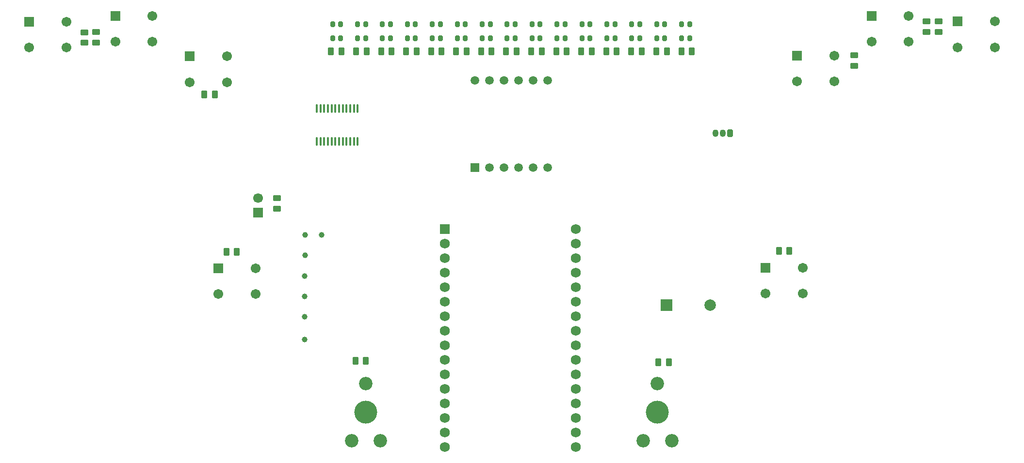
<source format=gbr>
%TF.GenerationSoftware,KiCad,Pcbnew,9.0.1*%
%TF.CreationDate,2026-02-02T11:40:33-05:00*%
%TF.ProjectId,Volante Maquinillo,566f6c61-6e74-4652-904d-617175696e69,rev?*%
%TF.SameCoordinates,Original*%
%TF.FileFunction,Soldermask,Top*%
%TF.FilePolarity,Negative*%
%FSLAX46Y46*%
G04 Gerber Fmt 4.6, Leading zero omitted, Abs format (unit mm)*
G04 Created by KiCad (PCBNEW 9.0.1) date 2026-02-02 11:40:33*
%MOMM*%
%LPD*%
G01*
G04 APERTURE LIST*
G04 Aperture macros list*
%AMRoundRect*
0 Rectangle with rounded corners*
0 $1 Rounding radius*
0 $2 $3 $4 $5 $6 $7 $8 $9 X,Y pos of 4 corners*
0 Add a 4 corners polygon primitive as box body*
4,1,4,$2,$3,$4,$5,$6,$7,$8,$9,$2,$3,0*
0 Add four circle primitives for the rounded corners*
1,1,$1+$1,$2,$3*
1,1,$1+$1,$4,$5*
1,1,$1+$1,$6,$7*
1,1,$1+$1,$8,$9*
0 Add four rect primitives between the rounded corners*
20,1,$1+$1,$2,$3,$4,$5,0*
20,1,$1+$1,$4,$5,$6,$7,0*
20,1,$1+$1,$6,$7,$8,$9,0*
20,1,$1+$1,$8,$9,$2,$3,0*%
G04 Aperture macros list end*
%ADD10C,1.000000*%
%ADD11RoundRect,0.250000X0.450000X-0.262500X0.450000X0.262500X-0.450000X0.262500X-0.450000X-0.262500X0*%
%ADD12RoundRect,0.250000X-0.450000X0.262500X-0.450000X-0.262500X0.450000X-0.262500X0.450000X0.262500X0*%
%ADD13RoundRect,0.250000X-0.262500X-0.450000X0.262500X-0.450000X0.262500X0.450000X-0.262500X0.450000X0*%
%ADD14RoundRect,0.200000X0.200000X-0.300000X0.200000X0.300000X-0.200000X0.300000X-0.200000X-0.300000X0*%
%ADD15RoundRect,0.102000X-0.754000X-0.754000X0.754000X-0.754000X0.754000X0.754000X-0.754000X0.754000X0*%
%ADD16C,1.712000*%
%ADD17RoundRect,0.100000X-0.100000X0.637500X-0.100000X-0.637500X0.100000X-0.637500X0.100000X0.637500X0*%
%ADD18RoundRect,0.250000X0.262500X0.450000X-0.262500X0.450000X-0.262500X-0.450000X0.262500X-0.450000X0*%
%ADD19R,1.700000X1.700000*%
%ADD20C,1.700000*%
%ADD21C,4.000000*%
%ADD22C,2.340000*%
%ADD23RoundRect,0.102000X-0.762000X-0.762000X0.762000X-0.762000X0.762000X0.762000X-0.762000X0.762000X0*%
%ADD24C,1.728000*%
%ADD25R,2.000000X2.000000*%
%ADD26C,2.000000*%
%ADD27R,1.500000X1.500000*%
%ADD28C,1.500000*%
%ADD29RoundRect,0.249900X0.275100X0.400100X-0.275100X0.400100X-0.275100X-0.400100X0.275100X-0.400100X0*%
%ADD30O,1.050000X1.300000*%
G04 APERTURE END LIST*
D10*
%TO.C,TP1*%
X116800000Y-114300000D03*
%TD*%
D11*
%TO.C,R21*%
X225390000Y-60502500D03*
X225390000Y-58677500D03*
%TD*%
D12*
%TO.C,R20*%
X227460000Y-58677500D03*
X227460000Y-60502500D03*
%TD*%
D10*
%TO.C,TP5*%
X116800000Y-103200000D03*
%TD*%
D13*
%TO.C,R9*%
X156351558Y-63900000D03*
X158176558Y-63900000D03*
%TD*%
D12*
%TO.C,R16*%
X78400000Y-60587500D03*
X78400000Y-62412500D03*
%TD*%
D14*
%TO.C,D4*%
X134748306Y-61650000D03*
X136148306Y-61650000D03*
X136148306Y-59150000D03*
X134748306Y-59150000D03*
%TD*%
D15*
%TO.C,SW1*%
X68750000Y-58750000D03*
D16*
X75250000Y-58750000D03*
X68750000Y-63250000D03*
X75250000Y-63250000D03*
%TD*%
D14*
%TO.C,D5*%
X139100000Y-61650000D03*
X140500000Y-61650000D03*
X140500000Y-59150000D03*
X139100000Y-59150000D03*
%TD*%
%TO.C,D15*%
X182616946Y-61650000D03*
X184016946Y-61650000D03*
X184016946Y-59150000D03*
X182616946Y-59150000D03*
%TD*%
D15*
%TO.C,SW3*%
X96750000Y-64812500D03*
D16*
X103250000Y-64812500D03*
X96750000Y-69312500D03*
X103250000Y-69312500D03*
%TD*%
D12*
%TO.C,R17*%
X80410000Y-60577500D03*
X80410000Y-62402500D03*
%TD*%
D13*
%TO.C,R13*%
X173820607Y-63900000D03*
X175645607Y-63900000D03*
%TD*%
D17*
%TO.C,U1*%
X126075000Y-73937500D03*
X125425000Y-73937500D03*
X124775000Y-73937500D03*
X124125000Y-73937500D03*
X123475000Y-73937500D03*
X122825000Y-73937500D03*
X122175000Y-73937500D03*
X121525000Y-73937500D03*
X120875000Y-73937500D03*
X120225000Y-73937500D03*
X119575000Y-73937500D03*
X118925000Y-73937500D03*
X118925000Y-79662500D03*
X119575000Y-79662500D03*
X120225000Y-79662500D03*
X120875000Y-79662500D03*
X121525000Y-79662500D03*
X122175000Y-79662500D03*
X122825000Y-79662500D03*
X123475000Y-79662500D03*
X124125000Y-79662500D03*
X124775000Y-79662500D03*
X125425000Y-79662500D03*
X126075000Y-79662500D03*
%TD*%
D14*
%TO.C,D8*%
X152155084Y-61650000D03*
X153555084Y-61650000D03*
X153555084Y-59150000D03*
X152155084Y-59150000D03*
%TD*%
D13*
%TO.C,R4*%
X134515247Y-63900000D03*
X136340247Y-63900000D03*
%TD*%
D18*
%TO.C,R25*%
X180362500Y-118270000D03*
X178537500Y-118270000D03*
%TD*%
D13*
%TO.C,R8*%
X151984296Y-63900000D03*
X153809296Y-63900000D03*
%TD*%
D15*
%TO.C,SW8*%
X197250000Y-101750000D03*
D16*
X203750000Y-101750000D03*
X197250000Y-106250000D03*
X203750000Y-106250000D03*
%TD*%
D10*
%TO.C,TP6*%
X116800000Y-106800000D03*
%TD*%
D13*
%TO.C,R12*%
X169453345Y-63900000D03*
X171278345Y-63900000D03*
%TD*%
D15*
%TO.C,SW7*%
X202750000Y-64712500D03*
D16*
X209250000Y-64712500D03*
X202750000Y-69212500D03*
X209250000Y-69212500D03*
%TD*%
D14*
%TO.C,D1*%
X121693222Y-61650000D03*
X123093222Y-61650000D03*
X123093222Y-59150000D03*
X121693222Y-59150000D03*
%TD*%
D13*
%TO.C,R26*%
X125670000Y-118020000D03*
X127495000Y-118020000D03*
%TD*%
D10*
%TO.C,TP2*%
X116900000Y-99600000D03*
%TD*%
D13*
%TO.C,R5*%
X138882509Y-63900000D03*
X140707509Y-63900000D03*
%TD*%
%TO.C,R15*%
X182555132Y-63900000D03*
X184380132Y-63900000D03*
%TD*%
%TO.C,R2*%
X125780722Y-63900000D03*
X127605722Y-63900000D03*
%TD*%
D10*
%TO.C,TP4*%
X119800000Y-96000000D03*
%TD*%
D14*
%TO.C,D3*%
X130396611Y-61650000D03*
X131796611Y-61650000D03*
X131796611Y-59150000D03*
X130396611Y-59150000D03*
%TD*%
D13*
%TO.C,R11*%
X165086083Y-63900000D03*
X166911083Y-63900000D03*
%TD*%
D19*
%TO.C,TH1*%
X108700000Y-92100000D03*
D20*
X108700000Y-89560000D03*
%TD*%
D13*
%TO.C,R18*%
X99287500Y-71500000D03*
X101112500Y-71500000D03*
%TD*%
D21*
%TO.C,P2*%
X178400000Y-127000000D03*
D22*
X180900000Y-132000000D03*
X178400000Y-122000000D03*
X175900000Y-132000000D03*
%TD*%
D13*
%TO.C,R14*%
X178187870Y-63900000D03*
X180012870Y-63900000D03*
%TD*%
D14*
%TO.C,D9*%
X156506779Y-61650000D03*
X157906779Y-61650000D03*
X157906779Y-59150000D03*
X156506779Y-59150000D03*
%TD*%
%TO.C,D14*%
X178265251Y-61650000D03*
X179665251Y-61650000D03*
X179665251Y-59150000D03*
X178265251Y-59150000D03*
%TD*%
D13*
%TO.C,R7*%
X147617034Y-63900000D03*
X149442034Y-63900000D03*
%TD*%
D11*
%TO.C,R24*%
X112000000Y-91412500D03*
X112000000Y-89587500D03*
%TD*%
%TO.C,R22*%
X212770000Y-66442500D03*
X212770000Y-64617500D03*
%TD*%
D14*
%TO.C,D10*%
X160858473Y-61650000D03*
X162258473Y-61650000D03*
X162258473Y-59150000D03*
X160858473Y-59150000D03*
%TD*%
D15*
%TO.C,SW6*%
X215750000Y-57712500D03*
D16*
X222250000Y-57712500D03*
X215750000Y-62212500D03*
X222250000Y-62212500D03*
%TD*%
D13*
%TO.C,R1*%
X121413460Y-63900000D03*
X123238460Y-63900000D03*
%TD*%
D21*
%TO.C,P1*%
X127500000Y-127000000D03*
D22*
X130000000Y-132000000D03*
X127500000Y-122000000D03*
X125000000Y-132000000D03*
%TD*%
D10*
%TO.C,TP7*%
X116800000Y-110300000D03*
%TD*%
D14*
%TO.C,D2*%
X126044917Y-61650000D03*
X127444917Y-61650000D03*
X127444917Y-59150000D03*
X126044917Y-59150000D03*
%TD*%
D23*
%TO.C,U2*%
X141307500Y-95000000D03*
D24*
X141307500Y-97540000D03*
X141307500Y-100080000D03*
X141307500Y-102620000D03*
X141307500Y-105160000D03*
X141307500Y-107700000D03*
X141307500Y-110240000D03*
X141307500Y-112780000D03*
X141307500Y-115320000D03*
X141307500Y-117860000D03*
X141307500Y-120400000D03*
X141307500Y-122940000D03*
X141307500Y-125480000D03*
X141307500Y-128020000D03*
X141307500Y-130560000D03*
X141307500Y-133100000D03*
X164167500Y-95000000D03*
X164167500Y-97540000D03*
X164167500Y-100080000D03*
X164167500Y-102620000D03*
X164167500Y-105160000D03*
X164167500Y-107700000D03*
X164167500Y-110240000D03*
X164167500Y-112780000D03*
X164167500Y-115320000D03*
X164167500Y-117860000D03*
X164167500Y-120400000D03*
X164167500Y-122940000D03*
X164167500Y-125480000D03*
X164167500Y-128020000D03*
X164167500Y-130560000D03*
X164167500Y-133100000D03*
%TD*%
D13*
%TO.C,R6*%
X143249771Y-63900000D03*
X145074771Y-63900000D03*
%TD*%
D15*
%TO.C,SW2*%
X83750000Y-57712500D03*
D16*
X90250000Y-57712500D03*
X83750000Y-62212500D03*
X90250000Y-62212500D03*
%TD*%
D25*
%TO.C,BZ1*%
X180000000Y-108300000D03*
D26*
X187600000Y-108300000D03*
%TD*%
D14*
%TO.C,D7*%
X147803389Y-61650000D03*
X149203389Y-61650000D03*
X149203389Y-59150000D03*
X147803389Y-59150000D03*
%TD*%
D15*
%TO.C,SW5*%
X230750000Y-58712500D03*
D16*
X237250000Y-58712500D03*
X230750000Y-63212500D03*
X237250000Y-63212500D03*
%TD*%
D27*
%TO.C,U3*%
X146550000Y-84240000D03*
D28*
X149090000Y-84240000D03*
X151630000Y-84240000D03*
X154170000Y-84240000D03*
X156710000Y-84240000D03*
X159250000Y-84240000D03*
X159250000Y-69000000D03*
X156710000Y-69000000D03*
X154170000Y-69000000D03*
X151630000Y-69000000D03*
X149090000Y-69000000D03*
X146550000Y-69000000D03*
%TD*%
D14*
%TO.C,D13*%
X173913557Y-61650000D03*
X175313557Y-61650000D03*
X175313557Y-59150000D03*
X173913557Y-59150000D03*
%TD*%
%TO.C,D12*%
X169561862Y-61650000D03*
X170961862Y-61650000D03*
X170961862Y-59150000D03*
X169561862Y-59150000D03*
%TD*%
D13*
%TO.C,R10*%
X160718821Y-63900000D03*
X162543821Y-63900000D03*
%TD*%
%TO.C,R23*%
X199587500Y-98800000D03*
X201412500Y-98800000D03*
%TD*%
D18*
%TO.C,R19*%
X104982500Y-98950000D03*
X103157500Y-98950000D03*
%TD*%
D13*
%TO.C,R3*%
X130147985Y-63900000D03*
X131972985Y-63900000D03*
%TD*%
D14*
%TO.C,D11*%
X165210168Y-61650000D03*
X166610168Y-61650000D03*
X166610168Y-59150000D03*
X165210168Y-59150000D03*
%TD*%
D15*
%TO.C,SW4*%
X101750000Y-101850000D03*
D16*
X108250000Y-101850000D03*
X101750000Y-106350000D03*
X108250000Y-106350000D03*
%TD*%
D10*
%TO.C,TP3*%
X116900000Y-96000000D03*
%TD*%
D14*
%TO.C,D6*%
X143451695Y-61650000D03*
X144851695Y-61650000D03*
X144851695Y-59150000D03*
X143451695Y-59150000D03*
%TD*%
D29*
%TO.C,Q1*%
X191100000Y-78200000D03*
D30*
X189830000Y-78200000D03*
X188560000Y-78200000D03*
%TD*%
M02*

</source>
